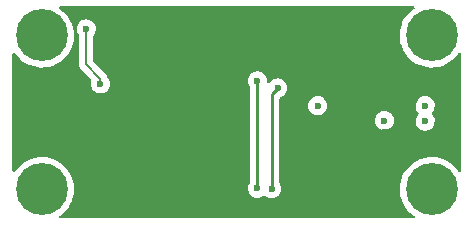
<source format=gbr>
%TF.GenerationSoftware,KiCad,Pcbnew,(6.0.4-0)*%
%TF.CreationDate,2022-08-01T10:55:25-06:00*%
%TF.ProjectId,lm334-source,6c6d3333-342d-4736-9f75-7263652e6b69,rev?*%
%TF.SameCoordinates,Original*%
%TF.FileFunction,Copper,L2,Inr*%
%TF.FilePolarity,Positive*%
%FSLAX46Y46*%
G04 Gerber Fmt 4.6, Leading zero omitted, Abs format (unit mm)*
G04 Created by KiCad (PCBNEW (6.0.4-0)) date 2022-08-01 10:55:25*
%MOMM*%
%LPD*%
G01*
G04 APERTURE LIST*
%TA.AperFunction,ComponentPad*%
%ADD10C,0.700000*%
%TD*%
%TA.AperFunction,ComponentPad*%
%ADD11C,4.400000*%
%TD*%
%TA.AperFunction,ViaPad*%
%ADD12C,0.600000*%
%TD*%
%TA.AperFunction,Conductor*%
%ADD13C,0.250000*%
%TD*%
%TA.AperFunction,Conductor*%
%ADD14C,0.200000*%
%TD*%
G04 APERTURE END LIST*
D10*
%TO.N,GNDPWR*%
%TO.C,MH1*%
X101350000Y-84000000D03*
X103000000Y-82350000D03*
X104166726Y-85166726D03*
X104166726Y-82833274D03*
D11*
X103000000Y-84000000D03*
D10*
X104650000Y-84000000D03*
X101833274Y-82833274D03*
X101833274Y-85166726D03*
X103000000Y-85650000D03*
%TD*%
D11*
%TO.N,GNDPWR*%
%TO.C,MH2*%
X136000000Y-84000000D03*
D10*
X137166726Y-82833274D03*
X134350000Y-84000000D03*
X137650000Y-84000000D03*
X137166726Y-85166726D03*
X136000000Y-82350000D03*
X136000000Y-85650000D03*
X134833274Y-85166726D03*
X134833274Y-82833274D03*
%TD*%
%TO.N,GNDPWR*%
%TO.C,MH3*%
X101833274Y-98166726D03*
D11*
X103000000Y-97000000D03*
D10*
X104166726Y-98166726D03*
X101833274Y-95833274D03*
X104166726Y-95833274D03*
X103000000Y-95350000D03*
X104650000Y-97000000D03*
X101350000Y-97000000D03*
X103000000Y-98650000D03*
%TD*%
D11*
%TO.N,GNDPWR*%
%TO.C,MH4*%
X136000000Y-97000000D03*
D10*
X134833274Y-95833274D03*
X134350000Y-97000000D03*
X137650000Y-97000000D03*
X136000000Y-95350000D03*
X137166726Y-98166726D03*
X137166726Y-95833274D03*
X134833274Y-98166726D03*
X136000000Y-98650000D03*
%TD*%
D12*
%TO.N,GND*%
X127550000Y-91850000D03*
X127450000Y-94350000D03*
%TO.N,/Channel1/I+*%
X107950000Y-88100000D03*
X106750000Y-83450000D03*
%TO.N,GND*%
X112650000Y-88750000D03*
%TO.N,VD*%
X122950000Y-88450000D03*
X122465000Y-96965000D03*
%TO.N,+3V3*%
X121250000Y-96950000D03*
X121250000Y-87850000D03*
%TO.N,/sda-tx*%
X126350000Y-89950000D03*
X135450000Y-89950000D03*
%TO.N,GND*%
X132050000Y-92200000D03*
X124150000Y-94650000D03*
X112650000Y-93650000D03*
%TO.N,VD*%
X132000000Y-91200000D03*
X135450000Y-91250000D03*
%TD*%
D13*
%TO.N,GND*%
X127450000Y-91950000D02*
X127550000Y-91850000D01*
X127450000Y-94350000D02*
X127450000Y-91950000D01*
%TO.N,VD*%
X122465000Y-96965000D02*
X122465000Y-88935000D01*
X122465000Y-88935000D02*
X122950000Y-88450000D01*
%TO.N,+3V3*%
X121250000Y-87850000D02*
X121250000Y-96950000D01*
D14*
%TO.N,/Channel1/I+*%
X106750000Y-83450000D02*
X106750000Y-86450000D01*
X106750000Y-86450000D02*
X107950000Y-87650000D01*
X107950000Y-87650000D02*
X107950000Y-88100000D01*
%TD*%
%TA.AperFunction,Conductor*%
%TO.N,GND*%
G36*
X134500316Y-81528502D02*
G01*
X134546809Y-81582158D01*
X134556913Y-81652432D01*
X134527419Y-81717012D01*
X134496618Y-81742785D01*
X134478074Y-81753817D01*
X134478068Y-81753821D01*
X134474814Y-81755757D01*
X134216244Y-81955243D01*
X133983513Y-82184347D01*
X133981149Y-82187314D01*
X133981146Y-82187317D01*
X133964220Y-82208558D01*
X133779991Y-82439751D01*
X133608626Y-82717757D01*
X133607037Y-82721204D01*
X133510393Y-82930843D01*
X133471902Y-83014336D01*
X133470741Y-83017940D01*
X133470741Y-83017941D01*
X133462196Y-83044477D01*
X133371797Y-83325192D01*
X133371079Y-83328903D01*
X133371078Y-83328907D01*
X133310482Y-83642105D01*
X133310481Y-83642114D01*
X133309763Y-83645824D01*
X133309496Y-83649600D01*
X133309495Y-83649605D01*
X133287269Y-83963521D01*
X133286698Y-83971585D01*
X133302936Y-84297759D01*
X133303577Y-84301490D01*
X133303578Y-84301498D01*
X133318109Y-84386060D01*
X133358241Y-84619619D01*
X133451814Y-84932504D01*
X133582297Y-85231881D01*
X133584220Y-85235152D01*
X133584222Y-85235156D01*
X133626584Y-85307215D01*
X133747802Y-85513414D01*
X133750103Y-85516429D01*
X133943631Y-85770012D01*
X133943636Y-85770017D01*
X133945931Y-85773025D01*
X134173814Y-86006953D01*
X134246635Y-86065607D01*
X134425196Y-86209431D01*
X134425201Y-86209435D01*
X134428149Y-86211809D01*
X134705253Y-86384627D01*
X135001112Y-86522903D01*
X135311440Y-86624634D01*
X135631742Y-86688346D01*
X135635514Y-86688633D01*
X135635522Y-86688634D01*
X135953602Y-86712829D01*
X135953607Y-86712829D01*
X135957379Y-86713116D01*
X136283633Y-86698586D01*
X136343425Y-86688634D01*
X136602037Y-86645590D01*
X136602042Y-86645589D01*
X136605778Y-86644967D01*
X136919149Y-86553034D01*
X136922616Y-86551544D01*
X136922620Y-86551543D01*
X137215721Y-86425616D01*
X137215723Y-86425615D01*
X137219205Y-86424119D01*
X137501601Y-86260091D01*
X137762245Y-86063324D01*
X137997363Y-85836670D01*
X138203549Y-85583410D01*
X138258939Y-85495622D01*
X138312205Y-85448685D01*
X138382392Y-85437996D01*
X138447217Y-85466951D01*
X138486096Y-85526355D01*
X138491500Y-85562859D01*
X138491500Y-95433521D01*
X138471498Y-95501642D01*
X138417842Y-95548135D01*
X138347568Y-95558239D01*
X138282988Y-95528745D01*
X138257557Y-95498515D01*
X138236226Y-95463084D01*
X138233899Y-95460100D01*
X138233894Y-95460093D01*
X138037726Y-95208558D01*
X138037724Y-95208556D01*
X138035390Y-95205563D01*
X137805070Y-94974034D01*
X137548603Y-94771852D01*
X137269705Y-94601945D01*
X137266261Y-94600379D01*
X137266257Y-94600377D01*
X137155667Y-94550095D01*
X136972414Y-94466775D01*
X136661037Y-94368300D01*
X136443492Y-94327390D01*
X136343809Y-94308645D01*
X136343807Y-94308645D01*
X136340086Y-94307945D01*
X136014208Y-94286586D01*
X136010428Y-94286794D01*
X136010427Y-94286794D01*
X135912897Y-94292162D01*
X135688124Y-94304532D01*
X135684397Y-94305193D01*
X135684393Y-94305193D01*
X135527340Y-94333027D01*
X135366557Y-94361522D01*
X135362941Y-94362624D01*
X135362933Y-94362626D01*
X135057789Y-94455627D01*
X135054167Y-94456731D01*
X134755477Y-94588781D01*
X134730041Y-94603914D01*
X134478074Y-94753817D01*
X134478068Y-94753821D01*
X134474814Y-94755757D01*
X134216244Y-94955243D01*
X133983513Y-95184347D01*
X133981149Y-95187314D01*
X133981146Y-95187317D01*
X133964220Y-95208558D01*
X133779991Y-95439751D01*
X133608626Y-95717757D01*
X133471902Y-96014336D01*
X133470741Y-96017940D01*
X133470741Y-96017941D01*
X133462196Y-96044477D01*
X133371797Y-96325192D01*
X133371079Y-96328903D01*
X133371078Y-96328907D01*
X133310482Y-96642105D01*
X133310481Y-96642114D01*
X133309763Y-96645824D01*
X133309496Y-96649600D01*
X133309495Y-96649605D01*
X133288534Y-96945653D01*
X133286698Y-96971585D01*
X133288003Y-96997790D01*
X133294378Y-97125844D01*
X133302936Y-97297759D01*
X133303577Y-97301490D01*
X133303578Y-97301498D01*
X133357116Y-97613069D01*
X133358241Y-97619619D01*
X133359329Y-97623258D01*
X133359330Y-97623261D01*
X133401013Y-97762637D01*
X133451814Y-97932504D01*
X133582297Y-98231881D01*
X133584220Y-98235152D01*
X133584222Y-98235156D01*
X133626584Y-98307215D01*
X133747802Y-98513414D01*
X133750103Y-98516429D01*
X133943631Y-98770012D01*
X133943636Y-98770017D01*
X133945931Y-98773025D01*
X134173814Y-99006953D01*
X134246635Y-99065607D01*
X134425196Y-99209431D01*
X134425201Y-99209435D01*
X134428149Y-99211809D01*
X134431371Y-99213818D01*
X134431376Y-99213822D01*
X134503156Y-99258588D01*
X134550373Y-99311607D01*
X134561429Y-99381738D01*
X134532815Y-99446713D01*
X134473615Y-99485903D01*
X134436480Y-99491500D01*
X104570222Y-99491500D01*
X104502101Y-99471498D01*
X104455608Y-99417842D01*
X104445504Y-99347568D01*
X104474998Y-99282988D01*
X104499890Y-99261085D01*
X104501601Y-99260091D01*
X104504623Y-99257810D01*
X104504627Y-99257807D01*
X104759221Y-99065607D01*
X104759222Y-99065606D01*
X104762245Y-99063324D01*
X104997363Y-98836670D01*
X105203549Y-98583410D01*
X105255429Y-98501185D01*
X105375788Y-98310428D01*
X105375790Y-98310425D01*
X105377815Y-98307215D01*
X105517638Y-98012084D01*
X105544188Y-97932504D01*
X105619790Y-97705897D01*
X105619792Y-97705891D01*
X105620992Y-97702293D01*
X105686381Y-97382329D01*
X105689599Y-97342773D01*
X105712674Y-97059061D01*
X105712856Y-97056826D01*
X105713451Y-97000000D01*
X105712711Y-96987717D01*
X105709752Y-96938640D01*
X120436463Y-96938640D01*
X120454163Y-97119160D01*
X120511418Y-97291273D01*
X120515065Y-97297295D01*
X120515066Y-97297297D01*
X120568823Y-97386060D01*
X120605380Y-97446424D01*
X120731382Y-97576902D01*
X120883159Y-97676222D01*
X120889763Y-97678678D01*
X120889765Y-97678679D01*
X121046558Y-97736990D01*
X121046560Y-97736990D01*
X121053168Y-97739448D01*
X121136995Y-97750633D01*
X121225980Y-97762507D01*
X121225984Y-97762507D01*
X121232961Y-97763438D01*
X121239972Y-97762800D01*
X121239976Y-97762800D01*
X121382459Y-97749832D01*
X121413600Y-97746998D01*
X121420302Y-97744820D01*
X121420304Y-97744820D01*
X121579409Y-97693124D01*
X121579412Y-97693123D01*
X121586108Y-97690947D01*
X121712044Y-97615874D01*
X121735860Y-97601677D01*
X121735862Y-97601676D01*
X121741912Y-97598069D01*
X121760920Y-97579968D01*
X121824045Y-97547476D01*
X121894716Y-97554269D01*
X121938444Y-97583682D01*
X121946382Y-97591902D01*
X121961320Y-97601677D01*
X122092227Y-97687340D01*
X122098159Y-97691222D01*
X122104763Y-97693678D01*
X122104765Y-97693679D01*
X122261558Y-97751990D01*
X122261560Y-97751990D01*
X122268168Y-97754448D01*
X122335544Y-97763438D01*
X122440980Y-97777507D01*
X122440984Y-97777507D01*
X122447961Y-97778438D01*
X122454972Y-97777800D01*
X122454976Y-97777800D01*
X122597459Y-97764832D01*
X122628600Y-97761998D01*
X122635302Y-97759820D01*
X122635304Y-97759820D01*
X122794409Y-97708124D01*
X122794412Y-97708123D01*
X122801108Y-97705947D01*
X122939815Y-97623261D01*
X122950860Y-97616677D01*
X122950862Y-97616676D01*
X122956912Y-97613069D01*
X123088266Y-97487982D01*
X123188643Y-97336902D01*
X123253055Y-97167338D01*
X123268272Y-97059061D01*
X123277748Y-96991639D01*
X123277748Y-96991636D01*
X123278299Y-96987717D01*
X123278616Y-96965000D01*
X123258397Y-96784745D01*
X123247017Y-96752066D01*
X123201064Y-96620106D01*
X123201062Y-96620103D01*
X123198745Y-96613448D01*
X123117646Y-96483661D01*
X123098500Y-96416892D01*
X123098500Y-91188640D01*
X131186463Y-91188640D01*
X131204163Y-91369160D01*
X131261418Y-91541273D01*
X131265065Y-91547295D01*
X131265066Y-91547297D01*
X131275978Y-91565314D01*
X131355380Y-91696424D01*
X131481382Y-91826902D01*
X131633159Y-91926222D01*
X131639763Y-91928678D01*
X131639765Y-91928679D01*
X131796558Y-91986990D01*
X131796560Y-91986990D01*
X131803168Y-91989448D01*
X131886995Y-92000633D01*
X131975980Y-92012507D01*
X131975984Y-92012507D01*
X131982961Y-92013438D01*
X131989972Y-92012800D01*
X131989976Y-92012800D01*
X132132459Y-91999832D01*
X132163600Y-91996998D01*
X132170302Y-91994820D01*
X132170304Y-91994820D01*
X132329409Y-91943124D01*
X132329412Y-91943123D01*
X132336108Y-91940947D01*
X132491912Y-91848069D01*
X132623266Y-91722982D01*
X132723643Y-91571902D01*
X132781665Y-91419160D01*
X132785555Y-91408920D01*
X132785556Y-91408918D01*
X132788055Y-91402338D01*
X132789035Y-91395366D01*
X132811061Y-91238640D01*
X134636463Y-91238640D01*
X134654163Y-91419160D01*
X134711418Y-91591273D01*
X134715065Y-91597295D01*
X134715066Y-91597297D01*
X134794126Y-91727841D01*
X134805380Y-91746424D01*
X134931382Y-91876902D01*
X135083159Y-91976222D01*
X135089763Y-91978678D01*
X135089765Y-91978679D01*
X135246558Y-92036990D01*
X135246560Y-92036990D01*
X135253168Y-92039448D01*
X135336995Y-92050633D01*
X135425980Y-92062507D01*
X135425984Y-92062507D01*
X135432961Y-92063438D01*
X135439972Y-92062800D01*
X135439976Y-92062800D01*
X135582459Y-92049832D01*
X135613600Y-92046998D01*
X135620302Y-92044820D01*
X135620304Y-92044820D01*
X135779409Y-91993124D01*
X135779412Y-91993123D01*
X135786108Y-91990947D01*
X135941912Y-91898069D01*
X136073266Y-91772982D01*
X136173643Y-91621902D01*
X136238055Y-91452338D01*
X136239035Y-91445366D01*
X136262748Y-91276639D01*
X136262748Y-91276636D01*
X136263299Y-91272717D01*
X136263616Y-91250000D01*
X136243397Y-91069745D01*
X136241080Y-91063091D01*
X136186064Y-90905106D01*
X136186062Y-90905103D01*
X136183745Y-90898448D01*
X136152502Y-90848448D01*
X136091359Y-90750598D01*
X136087626Y-90744624D01*
X136033012Y-90689627D01*
X136032667Y-90689280D01*
X135998860Y-90626849D01*
X136004172Y-90556052D01*
X136035181Y-90509251D01*
X136068159Y-90477846D01*
X136068162Y-90477843D01*
X136073266Y-90472982D01*
X136173643Y-90321902D01*
X136238055Y-90152338D01*
X136239035Y-90145366D01*
X136262748Y-89976639D01*
X136262748Y-89976636D01*
X136263299Y-89972717D01*
X136263616Y-89950000D01*
X136243397Y-89769745D01*
X136241080Y-89763091D01*
X136186064Y-89605106D01*
X136186062Y-89605103D01*
X136183745Y-89598448D01*
X136087626Y-89444624D01*
X135987155Y-89343449D01*
X135964778Y-89320915D01*
X135964774Y-89320912D01*
X135959815Y-89315918D01*
X135948697Y-89308862D01*
X135851214Y-89246998D01*
X135806666Y-89218727D01*
X135777463Y-89208328D01*
X135642425Y-89160243D01*
X135642420Y-89160242D01*
X135635790Y-89157881D01*
X135628802Y-89157048D01*
X135628799Y-89157047D01*
X135505698Y-89142368D01*
X135455680Y-89136404D01*
X135448677Y-89137140D01*
X135448676Y-89137140D01*
X135282288Y-89154628D01*
X135282286Y-89154629D01*
X135275288Y-89155364D01*
X135103579Y-89213818D01*
X135049646Y-89246998D01*
X134955095Y-89305166D01*
X134955092Y-89305168D01*
X134949088Y-89308862D01*
X134944053Y-89313793D01*
X134944050Y-89313795D01*
X134824525Y-89430843D01*
X134819493Y-89435771D01*
X134721235Y-89588238D01*
X134718826Y-89594858D01*
X134718824Y-89594861D01*
X134661606Y-89752066D01*
X134659197Y-89758685D01*
X134636463Y-89938640D01*
X134654163Y-90119160D01*
X134711418Y-90291273D01*
X134715065Y-90297295D01*
X134715066Y-90297297D01*
X134782038Y-90407881D01*
X134805380Y-90446424D01*
X134831027Y-90472982D01*
X134868932Y-90512234D01*
X134901864Y-90575131D01*
X134895564Y-90645847D01*
X134866453Y-90689784D01*
X134861511Y-90694624D01*
X134819493Y-90735771D01*
X134721235Y-90888238D01*
X134718826Y-90894858D01*
X134718824Y-90894861D01*
X134661606Y-91052066D01*
X134659197Y-91058685D01*
X134636463Y-91238640D01*
X132811061Y-91238640D01*
X132812748Y-91226639D01*
X132812748Y-91226636D01*
X132813299Y-91222717D01*
X132813616Y-91200000D01*
X132793397Y-91019745D01*
X132791080Y-91013091D01*
X132736064Y-90855106D01*
X132736062Y-90855103D01*
X132733745Y-90848448D01*
X132637626Y-90694624D01*
X132615521Y-90672364D01*
X132514778Y-90570915D01*
X132514774Y-90570912D01*
X132509815Y-90565918D01*
X132498697Y-90558862D01*
X132371027Y-90477841D01*
X132356666Y-90468727D01*
X132294032Y-90446424D01*
X132192425Y-90410243D01*
X132192420Y-90410242D01*
X132185790Y-90407881D01*
X132178802Y-90407048D01*
X132178799Y-90407047D01*
X132055698Y-90392368D01*
X132005680Y-90386404D01*
X131998677Y-90387140D01*
X131998676Y-90387140D01*
X131832288Y-90404628D01*
X131832286Y-90404629D01*
X131825288Y-90405364D01*
X131653579Y-90463818D01*
X131630785Y-90477841D01*
X131505095Y-90555166D01*
X131505092Y-90555168D01*
X131499088Y-90558862D01*
X131494053Y-90563793D01*
X131494050Y-90563795D01*
X131379244Y-90676222D01*
X131369493Y-90685771D01*
X131271235Y-90838238D01*
X131268826Y-90844858D01*
X131268824Y-90844861D01*
X131249320Y-90898448D01*
X131209197Y-91008685D01*
X131186463Y-91188640D01*
X123098500Y-91188640D01*
X123098500Y-89938640D01*
X125536463Y-89938640D01*
X125554163Y-90119160D01*
X125611418Y-90291273D01*
X125615065Y-90297295D01*
X125615066Y-90297297D01*
X125682038Y-90407881D01*
X125705380Y-90446424D01*
X125710269Y-90451487D01*
X125710270Y-90451488D01*
X125726918Y-90468727D01*
X125831382Y-90576902D01*
X125983159Y-90676222D01*
X125989763Y-90678678D01*
X125989765Y-90678679D01*
X126146558Y-90736990D01*
X126146560Y-90736990D01*
X126153168Y-90739448D01*
X126236732Y-90750598D01*
X126325980Y-90762507D01*
X126325984Y-90762507D01*
X126332961Y-90763438D01*
X126339972Y-90762800D01*
X126339976Y-90762800D01*
X126482459Y-90749832D01*
X126513600Y-90746998D01*
X126520302Y-90744820D01*
X126520304Y-90744820D01*
X126679409Y-90693124D01*
X126679412Y-90693123D01*
X126686108Y-90690947D01*
X126841912Y-90598069D01*
X126973266Y-90472982D01*
X127073643Y-90321902D01*
X127138055Y-90152338D01*
X127139035Y-90145366D01*
X127162748Y-89976639D01*
X127162748Y-89976636D01*
X127163299Y-89972717D01*
X127163616Y-89950000D01*
X127143397Y-89769745D01*
X127141080Y-89763091D01*
X127086064Y-89605106D01*
X127086062Y-89605103D01*
X127083745Y-89598448D01*
X126987626Y-89444624D01*
X126887155Y-89343449D01*
X126864778Y-89320915D01*
X126864774Y-89320912D01*
X126859815Y-89315918D01*
X126848697Y-89308862D01*
X126751214Y-89246998D01*
X126706666Y-89218727D01*
X126677463Y-89208328D01*
X126542425Y-89160243D01*
X126542420Y-89160242D01*
X126535790Y-89157881D01*
X126528802Y-89157048D01*
X126528799Y-89157047D01*
X126405698Y-89142368D01*
X126355680Y-89136404D01*
X126348677Y-89137140D01*
X126348676Y-89137140D01*
X126182288Y-89154628D01*
X126182286Y-89154629D01*
X126175288Y-89155364D01*
X126003579Y-89213818D01*
X125949646Y-89246998D01*
X125855095Y-89305166D01*
X125855092Y-89305168D01*
X125849088Y-89308862D01*
X125844053Y-89313793D01*
X125844050Y-89313795D01*
X125724525Y-89430843D01*
X125719493Y-89435771D01*
X125621235Y-89588238D01*
X125618826Y-89594858D01*
X125618824Y-89594861D01*
X125561606Y-89752066D01*
X125559197Y-89758685D01*
X125536463Y-89938640D01*
X123098500Y-89938640D01*
X123098500Y-89343449D01*
X123118502Y-89275328D01*
X123172158Y-89228835D01*
X123185564Y-89223616D01*
X123279408Y-89193124D01*
X123286108Y-89190947D01*
X123441912Y-89098069D01*
X123573266Y-88972982D01*
X123673643Y-88821902D01*
X123738055Y-88652338D01*
X123744011Y-88609959D01*
X123762748Y-88476639D01*
X123762748Y-88476636D01*
X123763299Y-88472717D01*
X123763616Y-88450000D01*
X123743397Y-88269745D01*
X123741080Y-88263091D01*
X123686064Y-88105106D01*
X123686062Y-88105103D01*
X123683745Y-88098448D01*
X123587626Y-87944624D01*
X123573941Y-87930843D01*
X123464778Y-87820915D01*
X123464774Y-87820912D01*
X123459815Y-87815918D01*
X123448697Y-87808862D01*
X123353499Y-87748448D01*
X123306666Y-87718727D01*
X123277463Y-87708328D01*
X123142425Y-87660243D01*
X123142420Y-87660242D01*
X123135790Y-87657881D01*
X123128802Y-87657048D01*
X123128799Y-87657047D01*
X123005698Y-87642368D01*
X122955680Y-87636404D01*
X122948677Y-87637140D01*
X122948676Y-87637140D01*
X122782288Y-87654628D01*
X122782286Y-87654629D01*
X122775288Y-87655364D01*
X122603579Y-87713818D01*
X122597575Y-87717512D01*
X122455095Y-87805166D01*
X122455092Y-87805168D01*
X122449088Y-87808862D01*
X122444053Y-87813793D01*
X122444050Y-87813795D01*
X122353907Y-87902070D01*
X122319493Y-87935771D01*
X122315680Y-87941688D01*
X122315679Y-87941689D01*
X122290956Y-87980052D01*
X122237241Y-88026476D01*
X122166954Y-88036490D01*
X122102411Y-88006915D01*
X122064104Y-87947140D01*
X122060271Y-87894261D01*
X122063299Y-87872717D01*
X122063616Y-87850000D01*
X122043397Y-87669745D01*
X122040088Y-87660243D01*
X121986064Y-87505106D01*
X121986062Y-87505103D01*
X121983745Y-87498448D01*
X121887626Y-87344624D01*
X121873941Y-87330843D01*
X121764778Y-87220915D01*
X121764774Y-87220912D01*
X121759815Y-87215918D01*
X121748697Y-87208862D01*
X121700538Y-87178300D01*
X121606666Y-87118727D01*
X121577463Y-87108328D01*
X121442425Y-87060243D01*
X121442420Y-87060242D01*
X121435790Y-87057881D01*
X121428802Y-87057048D01*
X121428799Y-87057047D01*
X121305698Y-87042368D01*
X121255680Y-87036404D01*
X121248677Y-87037140D01*
X121248676Y-87037140D01*
X121082288Y-87054628D01*
X121082286Y-87054629D01*
X121075288Y-87055364D01*
X120903579Y-87113818D01*
X120897575Y-87117512D01*
X120755095Y-87205166D01*
X120755092Y-87205168D01*
X120749088Y-87208862D01*
X120744053Y-87213793D01*
X120744050Y-87213795D01*
X120624525Y-87330843D01*
X120619493Y-87335771D01*
X120521235Y-87488238D01*
X120518826Y-87494858D01*
X120518824Y-87494861D01*
X120482513Y-87594624D01*
X120459197Y-87658685D01*
X120436463Y-87838640D01*
X120454163Y-88019160D01*
X120511418Y-88191273D01*
X120515065Y-88197295D01*
X120515066Y-88197297D01*
X120598276Y-88334694D01*
X120616500Y-88399965D01*
X120616500Y-96403331D01*
X120596411Y-96471586D01*
X120525054Y-96582310D01*
X120525050Y-96582319D01*
X120521235Y-96588238D01*
X120518826Y-96594858D01*
X120518825Y-96594859D01*
X120488639Y-96677793D01*
X120459197Y-96758685D01*
X120436463Y-96938640D01*
X105709752Y-96938640D01*
X105694026Y-96677793D01*
X105694026Y-96677789D01*
X105693798Y-96674015D01*
X105688650Y-96645824D01*
X105635805Y-96356473D01*
X105635804Y-96356469D01*
X105635125Y-96352751D01*
X105627722Y-96328907D01*
X105539404Y-96044477D01*
X105538282Y-96040863D01*
X105404670Y-95742869D01*
X105236226Y-95463084D01*
X105233899Y-95460100D01*
X105233894Y-95460093D01*
X105037726Y-95208558D01*
X105037724Y-95208556D01*
X105035390Y-95205563D01*
X104805070Y-94974034D01*
X104548603Y-94771852D01*
X104269705Y-94601945D01*
X104266261Y-94600379D01*
X104266257Y-94600377D01*
X104155667Y-94550095D01*
X103972414Y-94466775D01*
X103661037Y-94368300D01*
X103443492Y-94327390D01*
X103343809Y-94308645D01*
X103343807Y-94308645D01*
X103340086Y-94307945D01*
X103014208Y-94286586D01*
X103010428Y-94286794D01*
X103010427Y-94286794D01*
X102912897Y-94292162D01*
X102688124Y-94304532D01*
X102684397Y-94305193D01*
X102684393Y-94305193D01*
X102527340Y-94333027D01*
X102366557Y-94361522D01*
X102362941Y-94362624D01*
X102362933Y-94362626D01*
X102057789Y-94455627D01*
X102054167Y-94456731D01*
X101755477Y-94588781D01*
X101730041Y-94603914D01*
X101478074Y-94753817D01*
X101478068Y-94753821D01*
X101474814Y-94755757D01*
X101216244Y-94955243D01*
X100983513Y-95184347D01*
X100981149Y-95187314D01*
X100981146Y-95187317D01*
X100964220Y-95208558D01*
X100779991Y-95439751D01*
X100778000Y-95442981D01*
X100741760Y-95501773D01*
X100688988Y-95549266D01*
X100618916Y-95560690D01*
X100553792Y-95532416D01*
X100514293Y-95473422D01*
X100508500Y-95435657D01*
X100508500Y-85569306D01*
X100528502Y-85501185D01*
X100582158Y-85454692D01*
X100652432Y-85444588D01*
X100717012Y-85474082D01*
X100743122Y-85505453D01*
X100747802Y-85513414D01*
X100750103Y-85516429D01*
X100943631Y-85770012D01*
X100943636Y-85770017D01*
X100945931Y-85773025D01*
X101173814Y-86006953D01*
X101246635Y-86065607D01*
X101425196Y-86209431D01*
X101425201Y-86209435D01*
X101428149Y-86211809D01*
X101705253Y-86384627D01*
X102001112Y-86522903D01*
X102311440Y-86624634D01*
X102631742Y-86688346D01*
X102635514Y-86688633D01*
X102635522Y-86688634D01*
X102953602Y-86712829D01*
X102953607Y-86712829D01*
X102957379Y-86713116D01*
X103283633Y-86698586D01*
X103343425Y-86688634D01*
X103602037Y-86645590D01*
X103602042Y-86645589D01*
X103605778Y-86644967D01*
X103919149Y-86553034D01*
X103922616Y-86551544D01*
X103922620Y-86551543D01*
X104215721Y-86425616D01*
X104215723Y-86425615D01*
X104219205Y-86424119D01*
X104501601Y-86260091D01*
X104762245Y-86063324D01*
X104997363Y-85836670D01*
X105203549Y-85583410D01*
X105255429Y-85501185D01*
X105375788Y-85310428D01*
X105375790Y-85310425D01*
X105377815Y-85307215D01*
X105517638Y-85012084D01*
X105544188Y-84932504D01*
X105619790Y-84705897D01*
X105619792Y-84705891D01*
X105620992Y-84702293D01*
X105686381Y-84382329D01*
X105692956Y-84301498D01*
X105712674Y-84059061D01*
X105712856Y-84056826D01*
X105713451Y-84000000D01*
X105711510Y-83967796D01*
X105694026Y-83677793D01*
X105694026Y-83677789D01*
X105693798Y-83674015D01*
X105691042Y-83658920D01*
X105650811Y-83438640D01*
X105936463Y-83438640D01*
X105954163Y-83619160D01*
X106011418Y-83791273D01*
X106015065Y-83797295D01*
X106015066Y-83797297D01*
X106101730Y-83940398D01*
X106101733Y-83940401D01*
X106105380Y-83946424D01*
X106110275Y-83951492D01*
X106114571Y-83957071D01*
X106112243Y-83958864D01*
X106139071Y-84010115D01*
X106141500Y-84034734D01*
X106141500Y-86401864D01*
X106140422Y-86418307D01*
X106136250Y-86450000D01*
X106141500Y-86489880D01*
X106141500Y-86489885D01*
X106143951Y-86508500D01*
X106149618Y-86551543D01*
X106157162Y-86608851D01*
X106218476Y-86756876D01*
X106223503Y-86763427D01*
X106223504Y-86763429D01*
X106291520Y-86852069D01*
X106291526Y-86852075D01*
X106316013Y-86883987D01*
X106322568Y-86889017D01*
X106341379Y-86903452D01*
X106353770Y-86914319D01*
X107152855Y-87713404D01*
X107186881Y-87775716D01*
X107182161Y-87845592D01*
X107159197Y-87908685D01*
X107136463Y-88088640D01*
X107154163Y-88269160D01*
X107211418Y-88441273D01*
X107215065Y-88447295D01*
X107215066Y-88447297D01*
X107283127Y-88559679D01*
X107305380Y-88596424D01*
X107310269Y-88601487D01*
X107310270Y-88601488D01*
X107325357Y-88617111D01*
X107431382Y-88726902D01*
X107583159Y-88826222D01*
X107589763Y-88828678D01*
X107589765Y-88828679D01*
X107746558Y-88886990D01*
X107746560Y-88886990D01*
X107753168Y-88889448D01*
X107836995Y-88900633D01*
X107925980Y-88912507D01*
X107925984Y-88912507D01*
X107932961Y-88913438D01*
X107939972Y-88912800D01*
X107939976Y-88912800D01*
X108082459Y-88899832D01*
X108113600Y-88896998D01*
X108120302Y-88894820D01*
X108120304Y-88894820D01*
X108279409Y-88843124D01*
X108279412Y-88843123D01*
X108286108Y-88840947D01*
X108441912Y-88748069D01*
X108573266Y-88622982D01*
X108673643Y-88471902D01*
X108738055Y-88302338D01*
X108741652Y-88276744D01*
X108762748Y-88126639D01*
X108762748Y-88126636D01*
X108763299Y-88122717D01*
X108763616Y-88100000D01*
X108743397Y-87919745D01*
X108741080Y-87913091D01*
X108686064Y-87755106D01*
X108686062Y-87755103D01*
X108683745Y-87748448D01*
X108587626Y-87594624D01*
X108581667Y-87588624D01*
X108581235Y-87587825D01*
X108578284Y-87584102D01*
X108578938Y-87583584D01*
X108547856Y-87526196D01*
X108546146Y-87516279D01*
X108543916Y-87499339D01*
X108542838Y-87491150D01*
X108481524Y-87343125D01*
X108427129Y-87272236D01*
X108408477Y-87247928D01*
X108408474Y-87247925D01*
X108383987Y-87216013D01*
X108374668Y-87208862D01*
X108358621Y-87196548D01*
X108346230Y-87185681D01*
X107395405Y-86234856D01*
X107361379Y-86172544D01*
X107358500Y-86145761D01*
X107358500Y-84033248D01*
X107379552Y-83963521D01*
X107469742Y-83827773D01*
X107473643Y-83821902D01*
X107515423Y-83711917D01*
X107535555Y-83658920D01*
X107535556Y-83658918D01*
X107538055Y-83652338D01*
X107539493Y-83642105D01*
X107562748Y-83476639D01*
X107562748Y-83476636D01*
X107563299Y-83472717D01*
X107563616Y-83450000D01*
X107543397Y-83269745D01*
X107541080Y-83263091D01*
X107486064Y-83105106D01*
X107486062Y-83105103D01*
X107483745Y-83098448D01*
X107473662Y-83082312D01*
X107391359Y-82950598D01*
X107387626Y-82944624D01*
X107382664Y-82939627D01*
X107264778Y-82820915D01*
X107264774Y-82820912D01*
X107259815Y-82815918D01*
X107248697Y-82808862D01*
X107150174Y-82746338D01*
X107106666Y-82718727D01*
X107077463Y-82708328D01*
X106942425Y-82660243D01*
X106942420Y-82660242D01*
X106935790Y-82657881D01*
X106928802Y-82657048D01*
X106928799Y-82657047D01*
X106805698Y-82642368D01*
X106755680Y-82636404D01*
X106748677Y-82637140D01*
X106748676Y-82637140D01*
X106582288Y-82654628D01*
X106582286Y-82654629D01*
X106575288Y-82655364D01*
X106403579Y-82713818D01*
X106389457Y-82722506D01*
X106255095Y-82805166D01*
X106255092Y-82805168D01*
X106249088Y-82808862D01*
X106244053Y-82813793D01*
X106244050Y-82813795D01*
X106124525Y-82930843D01*
X106119493Y-82935771D01*
X106021235Y-83088238D01*
X106018826Y-83094858D01*
X106018824Y-83094861D01*
X105961606Y-83252066D01*
X105959197Y-83258685D01*
X105936463Y-83438640D01*
X105650811Y-83438640D01*
X105635805Y-83356473D01*
X105635804Y-83356469D01*
X105635125Y-83352751D01*
X105627722Y-83328907D01*
X105539404Y-83044477D01*
X105538282Y-83040863D01*
X105404670Y-82742869D01*
X105236226Y-82463084D01*
X105233899Y-82460100D01*
X105233894Y-82460093D01*
X105037726Y-82208558D01*
X105037724Y-82208556D01*
X105035390Y-82205563D01*
X104805070Y-81974034D01*
X104548603Y-81771852D01*
X104522184Y-81755757D01*
X104499774Y-81742105D01*
X104452005Y-81689582D01*
X104440216Y-81619571D01*
X104468148Y-81554300D01*
X104526934Y-81514492D01*
X104565328Y-81508500D01*
X134432195Y-81508500D01*
X134500316Y-81528502D01*
G37*
%TD.AperFunction*%
%TD*%
M02*

</source>
